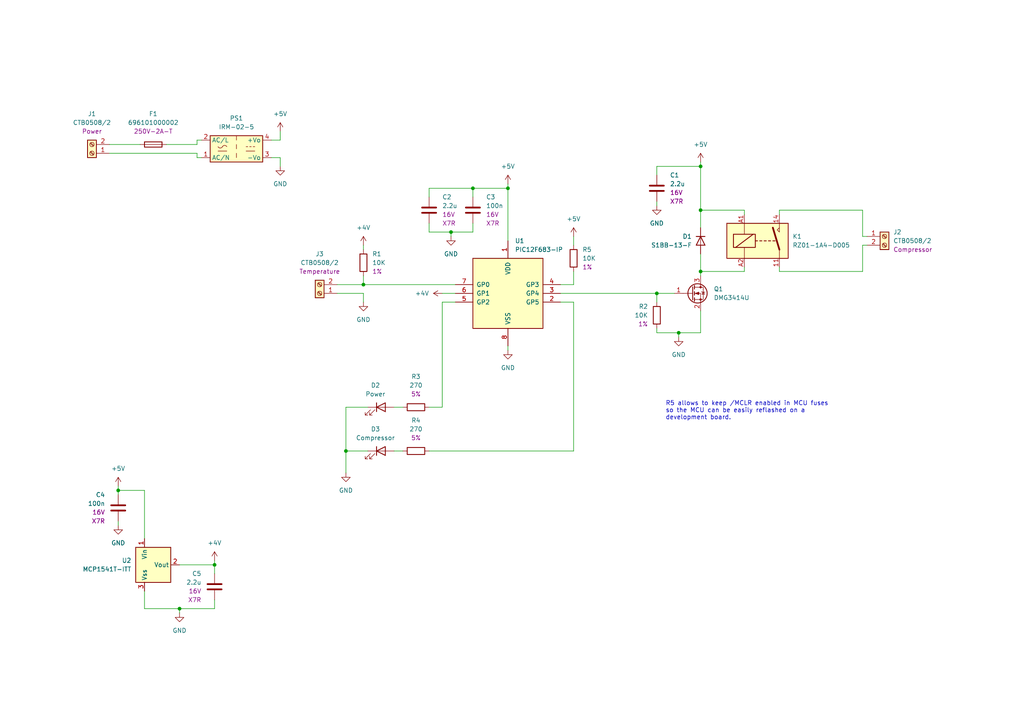
<source format=kicad_sch>
(kicad_sch (version 20211123) (generator eeschema)
  (paper "A4")
  (title_block (title "Fridge controller") (date "2022-12-27") (rev "V1.0") (company "(C) Adrien RICCIARDI"))
  (lib_symbols
    (symbol "Connector:Screw_Terminal_01x02" (pin_names (offset 1.016) hide)
      (property "Reference" "J" (at 0 2.54 0))
      (property "Value" "Screw_Terminal_01x02" (at 0 -5.08 0))
      (symbol "Screw_Terminal_01x02_1_1"
        (rectangle (start -1.27 1.27) (end 1.27 -3.81) (stroke (width 0.254)) (fill (type background)))
        (circle (center 0 -2.54) (radius 0.635) (stroke (width 0.1524)))
        (polyline (pts (xy -0.5334 -2.2098) (xy 0.3302 -3.048)) (stroke (width 0.1524)))
        (polyline (pts (xy -0.5334 0.3302) (xy 0.3302 -0.508)) (stroke (width 0.1524)))
        (polyline (pts (xy -0.3556 -2.032) (xy 0.508 -2.8702)) (stroke (width 0.1524)))
        (polyline (pts (xy -0.3556 0.508) (xy 0.508 -0.3302)) (stroke (width 0.1524)))
        (circle (center 0 0) (radius 0.635) (stroke (width 0.1524)))
        (pin passive line (at -5.08 0 0) (length 3.81) (name "Pin_1") (number "1"))
        (pin passive line (at -5.08 -2.54 0) (length 3.81) (name "Pin_2") (number "2"))
      )
    )
    (symbol "Converter_ACDC:IRM-02-5"
      (property "Reference" "PS" (at 0 5.08 0))
      (property "Value" "IRM-02-5" (at 0 -5.08 0))
      (symbol "IRM-02-5_0_1"
        (rectangle (start -7.62 3.81) (end 7.62 -3.81) (stroke (width 0.254)) (fill (type background)))
        (arc (start -5.334 0.635) (mid -4.699 0.2495) (end -4.064 0.635))
        (arc (start -2.794 0.635) (mid -3.429 1.0072) (end -4.064 0.635))
        (polyline (pts (xy -5.334 -0.635) (xy -2.794 -0.635)))
        (polyline (pts (xy 2.794 -0.635) (xy 5.334 -0.635)))
        (polyline (pts (xy 2.794 0.635) (xy 3.302 0.635)))
        (polyline (pts (xy 3.81 0.635) (xy 4.318 0.635)))
        (polyline (pts (xy 4.826 0.635) (xy 5.334 0.635)))
      )
      (symbol "IRM-02-5_1_1"
        (polyline (pts (xy 0 -1.27) (xy 0 -2.54)))
        (polyline (pts (xy 0 1.27) (xy 0 0)))
        (polyline (pts (xy 0 3.81) (xy 0 2.54)))
        (pin power_in line (at -10.16 -2.54 0) (length 2.54) (name "AC/N") (number "1"))
        (pin power_in line (at -10.16 2.54 0) (length 2.54) (name "AC/L") (number "2"))
        (pin power_out line (at 10.16 -2.54 180) (length 2.54) (name "-Vo") (number "3"))
        (pin power_out line (at 10.16 2.54 180) (length 2.54) (name "+Vo") (number "4"))
      )
    )
    (symbol "Device:C" (pin_numbers hide) (pin_names (offset 0.254))
      (property "Reference" "C" (at 0.635 2.54 0))
      (property "Value" "C" (at 0.635 -2.54 0))
      (symbol "C_0_1"
        (polyline (pts (xy -2.032 -0.762) (xy 2.032 -0.762)) (stroke (width 0.508)))
        (polyline (pts (xy -2.032 0.762) (xy 2.032 0.762)) (stroke (width 0.508)))
      )
      (symbol "C_1_1"
        (pin passive line (at 0 3.81 270) (length 2.794) (name "~") (number "1"))
        (pin passive line (at 0 -3.81 90) (length 2.794) (name "~") (number "2"))
      )
    )
    (symbol "Device:D" (pin_numbers hide) (pin_names (offset 1.016) hide)
      (property "Reference" "D" (at 0 2.54 0))
      (property "Value" "D" (at 0 -2.54 0))
      (symbol "D_0_1"
        (polyline (pts (xy -1.27 1.27) (xy -1.27 -1.27)) (stroke (width 0.254)))
        (polyline (pts (xy 1.27 0) (xy -1.27 0)))
        (polyline (pts (xy 1.27 1.27) (xy 1.27 -1.27) (xy -1.27 0) (xy 1.27 1.27)) (stroke (width 0.254)))
      )
      (symbol "D_1_1"
        (pin passive line (at -3.81 0 0) (length 2.54) (name "K") (number "1"))
        (pin passive line (at 3.81 0 180) (length 2.54) (name "A") (number "2"))
      )
    )
    (symbol "Device:Fuse" (pin_numbers hide) (pin_names (offset 0))
      (property "Reference" "F" (at 2.032 0 90))
      (property "Value" "Fuse" (at -1.905 0 90))
      (symbol "Fuse_0_1"
        (rectangle (start -0.762 -2.54) (end 0.762 2.54) (stroke (width 0.254)))
        (polyline (pts (xy 0 2.54) (xy 0 -2.54)))
      )
      (symbol "Fuse_1_1"
        (pin passive line (at 0 3.81 270) (length 1.27) (name "~") (number "1"))
        (pin passive line (at 0 -3.81 90) (length 1.27) (name "~") (number "2"))
      )
    )
    (symbol "Device:LED" (pin_numbers hide) (pin_names (offset 1.016) hide)
      (property "Reference" "D" (at 0 2.54 0))
      (property "Value" "LED" (at 0 -2.54 0))
      (symbol "LED_0_1"
        (polyline (pts (xy -1.27 -1.27) (xy -1.27 1.27)) (stroke (width 0.254)))
        (polyline (pts (xy -1.27 0) (xy 1.27 0)))
        (polyline (pts (xy 1.27 -1.27) (xy 1.27 1.27) (xy -1.27 0) (xy 1.27 -1.27)) (stroke (width 0.254)))
        (polyline (pts (xy -3.048 -0.762) (xy -4.572 -2.286) (xy -3.81 -2.286) (xy -4.572 -2.286) (xy -4.572 -1.524)))
        (polyline (pts (xy -1.778 -0.762) (xy -3.302 -2.286) (xy -2.54 -2.286) (xy -3.302 -2.286) (xy -3.302 -1.524)))
      )
      (symbol "LED_1_1"
        (pin passive line (at -3.81 0 0) (length 2.54) (name "K") (number "1"))
        (pin passive line (at 3.81 0 180) (length 2.54) (name "A") (number "2"))
      )
    )
    (symbol "Device:R" (pin_numbers hide) (pin_names (offset 0))
      (property "Reference" "R" (at 2.032 0 90))
      (property "Value" "R" (at 0 0 90))
      (symbol "R_0_1"
        (rectangle (start -1.016 -2.54) (end 1.016 2.54) (stroke (width 0.254)))
      )
      (symbol "R_1_1"
        (pin passive line (at 0 3.81 270) (length 1.27) (name "~") (number "1"))
        (pin passive line (at 0 -3.81 90) (length 1.27) (name "~") (number "2"))
      )
    )
    (symbol "MCU_Microchip_PIC12:PIC12F683-IP" (pin_names (offset 1.016))
      (property "Reference" "U" (at 1.27 13.97 0))
      (property "Value" "PIC12F683-IP" (at 1.27 11.43 0))
      (symbol "PIC12F683-IP_0_1"
        (rectangle (start 10.16 -10.16) (end -10.16 10.16) (stroke (width 0.254)) (fill (type background)))
      )
      (symbol "PIC12F683-IP_1_1"
        (pin power_in line (at 0 15.24 270) (length 5.08) (name "VDD") (number "1"))
        (pin bidirectional line (at 15.24 -2.54 180) (length 5.08) (name "GP5") (number "2"))
        (pin bidirectional line (at 15.24 0 180) (length 5.08) (name "GP4") (number "3"))
        (pin input line (at 15.24 2.54 180) (length 5.08) (name "GP3") (number "4"))
        (pin bidirectional line (at -15.24 -2.54 0) (length 5.08) (name "GP2") (number "5"))
        (pin bidirectional line (at -15.24 0 0) (length 5.08) (name "GP1") (number "6"))
        (pin bidirectional line (at -15.24 2.54 0) (length 5.08) (name "GP0") (number "7"))
        (pin power_in line (at 0 -15.24 90) (length 5.08) (name "VSS") (number "8"))
      )
    )
    (symbol "RZ01-1A4-D005:RZ01-1A4-D005"
      (property "Reference" "K" (at 0 0 0))
      (property "Value" "RZ01-1A4-D005" (at 0 0 0))
      (symbol "RZ01-1A4-D005_0_0"
        (polyline (pts (xy 6.35 5.08) (xy 6.35 2.54) (xy 5.715 3.175) (xy 6.35 3.81)))
      )
      (symbol "RZ01-1A4-D005_0_1"
        (rectangle (start -8.89 5.08) (end 8.89 -5.08) (stroke (width 0.254)) (fill (type background)))
        (rectangle (start -6.985 1.905) (end -0.635 -1.905) (stroke (width 0.254)))
        (polyline (pts (xy -6.35 -1.905) (xy -1.27 1.905)) (stroke (width 0.254)))
        (polyline (pts (xy -3.81 -5.08) (xy -3.81 -1.905)))
        (polyline (pts (xy -3.81 5.08) (xy -3.81 1.905)))
        (polyline (pts (xy -0.635 0) (xy 0 0)) (stroke (width 0.254)))
        (polyline (pts (xy 0.635 0) (xy 1.27 0)) (stroke (width 0.254)))
        (polyline (pts (xy 1.905 0) (xy 2.54 0)) (stroke (width 0.254)))
        (polyline (pts (xy 3.175 0) (xy 3.81 0)) (stroke (width 0.254)))
        (polyline (pts (xy 4.445 0) (xy 5.08 0)) (stroke (width 0.254)))
        (polyline (pts (xy 6.35 -2.54) (xy 4.445 3.81)) (stroke (width 0.508)))
        (polyline (pts (xy 6.35 -2.54) (xy 6.35 -5.08)))
      )
      (symbol "RZ01-1A4-D005_1_1"
        (pin passive line (at 6.35 -7.62 90) (length 2.54) (name "~") (number "11"))
        (pin passive line (at 6.35 7.62 270) (length 2.54) (name "~") (number "14"))
        (pin passive line (at -3.81 7.62 270) (length 2.54) (name "~") (number "A1"))
        (pin passive line (at -3.81 -7.62 90) (length 2.54) (name "~") (number "A2"))
      )
    )
    (symbol "Reference_Voltage:MCP1541-TT"
      (property "Reference" "U" (at 1.27 8.255 0))
      (property "Value" "MCP1541-TT" (at 1.27 6.35 0))
      (symbol "MCP1541-TT_0_1"
        (rectangle (start -2.54 5.08) (end 7.62 -5.08) (stroke (width 0.254)) (fill (type background)))
      )
      (symbol "MCP1541-TT_1_1"
        (pin power_in line (at 0 7.62 270) (length 2.54) (name "Vin") (number "1"))
        (pin power_out line (at 10.16 0 180) (length 2.54) (name "Vout") (number "2"))
        (pin power_in line (at 0 -7.62 90) (length 2.54) (name "Vss") (number "3"))
      )
    )
    (symbol "Transistor_FET:DMG3414U" (pin_names hide)
      (property "Reference" "Q" (at 5.08 1.905 0))
      (property "Value" "DMG3414U" (at 5.08 0 0))
      (symbol "DMG3414U_0_1"
        (polyline (pts (xy 0.254 0) (xy -2.54 0)))
        (polyline (pts (xy 0.254 1.905) (xy 0.254 -1.905)) (stroke (width 0.254)))
        (polyline (pts (xy 0.762 -1.27) (xy 0.762 -2.286)) (stroke (width 0.254)))
        (polyline (pts (xy 0.762 0.508) (xy 0.762 -0.508)) (stroke (width 0.254)))
        (polyline (pts (xy 0.762 2.286) (xy 0.762 1.27)) (stroke (width 0.254)))
        (polyline (pts (xy 2.54 2.54) (xy 2.54 1.778)))
        (polyline (pts (xy 2.54 -2.54) (xy 2.54 0) (xy 0.762 0)))
        (polyline (pts (xy 0.762 -1.778) (xy 3.302 -1.778) (xy 3.302 1.778) (xy 0.762 1.778)))
        (polyline (pts (xy 1.016 0) (xy 2.032 0.381) (xy 2.032 -0.381) (xy 1.016 0)) (fill (type outline)))
        (polyline (pts (xy 2.794 0.508) (xy 2.921 0.381) (xy 3.683 0.381) (xy 3.81 0.254)))
        (polyline (pts (xy 3.302 0.381) (xy 2.921 -0.254) (xy 3.683 -0.254) (xy 3.302 0.381)))
        (circle (center 1.651 0) (radius 2.794) (stroke (width 0.254)))
        (circle (center 2.54 -1.778) (radius 0.254) (fill (type outline)))
        (circle (center 2.54 1.778) (radius 0.254) (fill (type outline)))
      )
      (symbol "DMG3414U_1_1"
        (pin input line (at -5.08 0 0) (length 2.54) (name "G") (number "1"))
        (pin passive line (at 2.54 -5.08 90) (length 2.54) (name "S") (number "2"))
        (pin passive line (at 2.54 5.08 270) (length 2.54) (name "D") (number "3"))
      )
    )
    (symbol "power:+4V" (power) (pin_names (offset 0))
      (property "Value" "+4V" (at 0 3.556 0))
      (symbol "+4V_0_1"
        (polyline (pts (xy -0.762 1.27) (xy 0 2.54)))
        (polyline (pts (xy 0 0) (xy 0 2.54)))
        (polyline (pts (xy 0 2.54) (xy 0.762 1.27)))
      )
      (symbol "+4V_1_1"
        (pin power_in line (at 0 0 90) (length 0) hide (name "+4V") (number "1"))
      )
    )
    (symbol "power:+5V" (power) (pin_names (offset 0))
      (property "Value" "+5V" (at 0 3.556 0))
      (symbol "+5V_0_1"
        (polyline (pts (xy -0.762 1.27) (xy 0 2.54)))
        (polyline (pts (xy 0 0) (xy 0 2.54)))
        (polyline (pts (xy 0 2.54) (xy 0.762 1.27)))
      )
      (symbol "+5V_1_1"
        (pin power_in line (at 0 0 90) (length 0) hide (name "+5V") (number "1"))
      )
    )
    (symbol "power:GND" (power) (pin_names (offset 0))
      (property "Value" "GND" (at 0 -3.81 0))
      (symbol "GND_0_1"
        (polyline (pts (xy 0 0) (xy 0 -1.27) (xy 1.27 -1.27) (xy 0 -2.54) (xy -1.27 -1.27) (xy 0 -1.27)))
      )
      (symbol "GND_1_1"
        (pin power_in line (at 0 0 270) (length 0) hide (name "GND") (number "1"))
      )
    )
  )
  (junction (at 105.41 82.55))
  (junction (at 52.07 176.53))
  (junction (at 203.2 60.96))
  (junction (at 203.2 48.26))
  (junction (at 62.23 163.83))
  (junction (at 190.5 85.09))
  (junction (at 100.33 130.81))
  (junction (at 196.85 96.52))
  (junction (at 130.81 67.31))
  (junction (at 34.29 142.24))
  (junction (at 137.16 54.61))
  (junction (at 203.2 78.74))
  (junction (at 147.32 54.61))
  (wire (pts (xy 190.5 58.42) (xy 190.5 59.69)))
  (wire (pts (xy 203.2 48.26) (xy 203.2 60.96)))
  (wire (pts (xy 128.27 118.11) (xy 124.46 118.11)))
  (wire (pts (xy 124.46 54.61) (xy 137.16 54.61)))
  (wire (pts (xy 105.41 71.12) (xy 105.41 72.39)))
  (wire (pts (xy 203.2 60.96) (xy 215.9 60.96)))
  (wire (pts (xy 57.15 45.72) (xy 58.42 45.72)))
  (wire (pts (xy 203.2 90.17) (xy 203.2 96.52)))
  (wire (pts (xy 57.15 40.64) (xy 58.42 40.64)))
  (wire (pts (xy 31.75 41.91) (xy 40.64 41.91)))
  (wire (pts (xy 34.29 142.24) (xy 34.29 143.51)))
  (wire (pts (xy 137.16 54.61) (xy 147.32 54.61)))
  (wire (pts (xy 62.23 173.99) (xy 62.23 176.53)))
  (wire (pts (xy 34.29 140.97) (xy 34.29 142.24)))
  (wire (pts (xy 162.56 87.63) (xy 166.37 87.63)))
  (wire (pts (xy 215.9 77.47) (xy 215.9 78.74)))
  (wire (pts (xy 130.81 67.31) (xy 137.16 67.31)))
  (wire (pts (xy 52.07 176.53) (xy 62.23 176.53)))
  (wire (pts (xy 81.28 45.72) (xy 81.28 48.26)))
  (wire (pts (xy 62.23 163.83) (xy 62.23 166.37)))
  (wire (pts (xy 226.06 78.74) (xy 226.06 77.47)))
  (wire (pts (xy 97.79 85.09) (xy 105.41 85.09)))
  (wire (pts (xy 124.46 64.77) (xy 124.46 67.31)))
  (wire (pts (xy 124.46 130.81) (xy 166.37 130.81)))
  (wire (pts (xy 78.74 45.72) (xy 81.28 45.72)))
  (wire (pts (xy 128.27 85.09) (xy 132.08 85.09)))
  (wire (pts (xy 250.19 60.96) (xy 250.19 68.58)))
  (wire (pts (xy 196.85 96.52) (xy 196.85 97.79)))
  (wire (pts (xy 128.27 87.63) (xy 128.27 118.11)))
  (wire (pts (xy 250.19 78.74) (xy 226.06 78.74)))
  (wire (pts (xy 62.23 162.56) (xy 62.23 163.83)))
  (wire (pts (xy 52.07 176.53) (xy 52.07 177.8)))
  (wire (pts (xy 190.5 95.25) (xy 190.5 96.52)))
  (wire (pts (xy 162.56 85.09) (xy 190.5 85.09)))
  (wire (pts (xy 124.46 57.15) (xy 124.46 54.61)))
  (wire (pts (xy 190.5 85.09) (xy 195.58 85.09)))
  (wire (pts (xy 34.29 151.13) (xy 34.29 152.4)))
  (wire (pts (xy 81.28 40.64) (xy 81.28 38.1)))
  (wire (pts (xy 166.37 87.63) (xy 166.37 130.81)))
  (wire (pts (xy 137.16 64.77) (xy 137.16 67.31)))
  (wire (pts (xy 31.75 44.45) (xy 57.15 44.45)))
  (wire (pts (xy 190.5 50.8) (xy 190.5 48.26)))
  (wire (pts (xy 203.2 78.74) (xy 203.2 80.01)))
  (wire (pts (xy 166.37 82.55) (xy 166.37 78.74)))
  (wire (pts (xy 100.33 118.11) (xy 106.68 118.11)))
  (wire (pts (xy 105.41 82.55) (xy 105.41 80.01)))
  (wire (pts (xy 105.41 82.55) (xy 132.08 82.55)))
  (wire (pts (xy 41.91 176.53) (xy 52.07 176.53)))
  (wire (pts (xy 130.81 68.58) (xy 130.81 67.31)))
  (wire (pts (xy 34.29 142.24) (xy 41.91 142.24)))
  (wire (pts (xy 147.32 53.34) (xy 147.32 54.61)))
  (wire (pts (xy 105.41 85.09) (xy 105.41 87.63)))
  (wire (pts (xy 250.19 71.12) (xy 250.19 78.74)))
  (wire (pts (xy 100.33 130.81) (xy 100.33 118.11)))
  (wire (pts (xy 162.56 82.55) (xy 166.37 82.55)))
  (wire (pts (xy 78.74 40.64) (xy 81.28 40.64)))
  (wire (pts (xy 190.5 48.26) (xy 203.2 48.26)))
  (wire (pts (xy 114.3 118.11) (xy 116.84 118.11)))
  (wire (pts (xy 137.16 54.61) (xy 137.16 57.15)))
  (wire (pts (xy 124.46 67.31) (xy 130.81 67.31)))
  (wire (pts (xy 190.5 96.52) (xy 196.85 96.52)))
  (wire (pts (xy 41.91 142.24) (xy 41.91 156.21)))
  (wire (pts (xy 203.2 66.04) (xy 203.2 60.96)))
  (wire (pts (xy 166.37 68.58) (xy 166.37 71.12)))
  (wire (pts (xy 57.15 44.45) (xy 57.15 45.72)))
  (wire (pts (xy 251.46 71.12) (xy 250.19 71.12)))
  (wire (pts (xy 114.3 130.81) (xy 116.84 130.81)))
  (wire (pts (xy 48.26 41.91) (xy 57.15 41.91)))
  (wire (pts (xy 147.32 100.33) (xy 147.32 101.6)))
  (wire (pts (xy 226.06 62.23) (xy 226.06 60.96)))
  (wire (pts (xy 190.5 85.09) (xy 190.5 87.63)))
  (wire (pts (xy 250.19 68.58) (xy 251.46 68.58)))
  (wire (pts (xy 203.2 96.52) (xy 196.85 96.52)))
  (wire (pts (xy 132.08 87.63) (xy 128.27 87.63)))
  (wire (pts (xy 226.06 60.96) (xy 250.19 60.96)))
  (wire (pts (xy 57.15 41.91) (xy 57.15 40.64)))
  (wire (pts (xy 203.2 73.66) (xy 203.2 78.74)))
  (wire (pts (xy 215.9 60.96) (xy 215.9 62.23)))
  (wire (pts (xy 97.79 82.55) (xy 105.41 82.55)))
  (wire (pts (xy 106.68 130.81) (xy 100.33 130.81)))
  (wire (pts (xy 41.91 171.45) (xy 41.91 176.53)))
  (wire (pts (xy 203.2 48.26) (xy 203.2 46.99)))
  (wire (pts (xy 100.33 130.81) (xy 100.33 137.16)))
  (wire (pts (xy 215.9 78.74) (xy 203.2 78.74)))
  (wire (pts (xy 147.32 54.61) (xy 147.32 69.85)))
  (wire (pts (xy 52.07 163.83) (xy 62.23 163.83)))
  (text "R5 allows to keep /MCLR enabled in MCU fuses\nso the MCU can be easily reflashed on a\ndevelopment board." (at 193.04 121.92 0) (effects (font (size 1.27 1.27)) (justify left bottom)))
  (symbol (lib_id "Device:C") (at 124.46 60.96 0) (unit 1)
    (property "Reference" "C2" (at 128.27 57.1499 0) (effects (justify left)))
    (property "Value" "2.2u" (at 128.27 59.6899 0) (effects (justify left)))
    (property "Footprint" "Capacitor_SMD:C_0805_2012Metric_Pad1.18x1.45mm_HandSolder" (effects hide))
    (property "Value2" "16V" (at 128.27 62.2299 0) (effects (justify left)))
    (property "Value3" "X7R" (at 128.27 64.7699 0) (effects (justify left)))
  )
  (symbol (lib_id "Device:R") (at 105.41 76.2 0) (unit 1)
    (property "Reference" "R1" (at 107.95 73.6599 0) (effects (justify left)))
    (property "Value" "10K" (at 107.95 76.1999 0) (effects (justify left)))
    (property "Footprint" "Resistor_SMD:R_0603_1608Metric_Pad0.98x0.95mm_HandSolder" (effects hide))
    (property "Value2" "1%" (at 107.95 78.7399 0) (effects (justify left)))
  )
  (symbol (lib_id "power:GND") (at 105.41 87.63 0) (unit 1)
    (property "Reference" "#PWR0104" (effects hide))
    (property "Value" "GND" (at 105.41 92.71 0))
  )
  (symbol (lib_id "power:+5V") (at 203.2 46.99 0) (unit 1)
    (property "Reference" "#PWR0106" (effects hide))
    (property "Value" "+5V" (at 203.2 41.91 0))
  )
  (symbol (lib_id "power:+5V") (at 81.28 38.1 0) (unit 1)
    (property "Reference" "#PWR0116" (effects hide))
    (property "Value" "+5V" (at 81.28 33.02 0))
  )
  (symbol (lib_id "power:+4V") (at 62.23 162.56 0) (unit 1)
    (property "Reference" "#PWR0105" (effects hide))
    (property "Value" "+4V" (at 62.23 157.48 0))
  )
  (symbol (lib_id "Device:R") (at 166.37 74.93 0) (unit 1)
    (property "Reference" "R5" (at 168.91 72.3899 0) (effects (justify left)))
    (property "Value" "10K" (at 168.91 74.9299 0) (effects (justify left)))
    (property "Footprint" "Resistor_SMD:R_0603_1608Metric_Pad0.98x0.95mm_HandSolder" (effects hide))
    (property "Value2" "1%" (at 168.91 77.4699 0) (effects (justify left)))
  )
  (symbol (lib_id "Device:R") (at 190.5 91.44 0) (unit 1)
    (property "Reference" "R2" (at 187.96 88.8999 0) (effects (justify right)))
    (property "Value" "10K" (at 187.96 91.4399 0) (effects (justify right)))
    (property "Footprint" "Resistor_SMD:R_0603_1608Metric_Pad0.98x0.95mm_HandSolder" (effects hide))
    (property "Value2" "1%" (at 187.96 93.9799 0) (effects (justify right)))
  )
  (symbol (lib_id "Device:C") (at 190.5 54.61 0) (unit 1)
    (property "Reference" "C1" (at 194.31 50.7999 0) (effects (justify left)))
    (property "Value" "2.2u" (at 194.31 53.3399 0) (effects (justify left)))
    (property "Footprint" "Capacitor_SMD:C_0805_2012Metric_Pad1.18x1.45mm_HandSolder" (effects hide))
    (property "Value2" "16V" (at 194.31 55.8799 0) (effects (justify left)))
    (property "Value3" "X7R" (at 194.31 58.4199 0) (effects (justify left)))
  )
  (symbol (lib_id "Device:D") (at 203.2 69.85 270) (unit 1)
    (property "Reference" "D1" (at 200.66 68.5799 90) (effects (justify right)))
    (property "Value" "S1BB-13-F" (at 200.66 71.1199 90) (effects (justify right)))
    (property "Footprint" "Diode_SMD:D_SMB_Handsoldering" (effects hide))
  )
  (symbol (lib_id "Device:Fuse") (at 44.45 41.91 90) (unit 1)
    (property "Reference" "F1" (at 44.45 33.02 90))
    (property "Value" "696101000002" (at 44.45 35.56 90))
    (property "Footprint" "Fuse:Fuseholder_Cylinder-5x20mm_Stelvio-Kontek_PTF78_Horizontal_Open" (effects hide))
    (property "Manufacturer" "Wurth" (effects hide))
    (property "Value2" "250V-2A-T" (at 44.45 38.1 90))
  )
  (symbol (lib_id "power:+4V") (at 128.27 85.09 90) (unit 1)
    (property "Reference" "#PWR0103" (effects hide))
    (property "Value" "+4V" (at 124.46 85.0899 90) (effects (justify left)))
  )
  (symbol (lib_id "power:GND") (at 147.32 101.6 0) (unit 1)
    (property "Reference" "#PWR0101" (effects hide))
    (property "Value" "GND" (at 147.32 106.68 0))
  )
  (symbol (lib_id "Device:C") (at 34.29 147.32 0) (unit 1)
    (property "Reference" "C4" (at 30.48 143.5099 0) (effects (justify right)))
    (property "Value" "100n" (at 30.48 146.0499 0) (effects (justify right)))
    (property "Footprint" "Capacitor_SMD:C_0603_1608Metric_Pad1.08x0.95mm_HandSolder" (effects hide))
    (property "Value2" "16V" (at 30.48 148.5899 0) (effects (justify right)))
    (property "Value3" "X7R" (at 30.48 151.1299 0) (effects (justify right)))
  )
  (symbol (lib_id "power:+5V") (at 166.37 68.58 0) (unit 1)
    (property "Reference" "#PWR01" (effects hide))
    (property "Value" "+5V" (at 166.37 63.5 0))
  )
  (symbol (lib_id "Converter_ACDC:IRM-02-5") (at 68.58 43.18 0) (unit 1)
    (property "Reference" "PS1" (at 68.58 34.29 0))
    (property "Value" "IRM-02-5" (at 68.58 36.83 0))
    (property "Footprint" "Converter_ACDC:Converter_ACDC_MeanWell_IRM-02-xx_THT" (effects hide))
    (property "Datasheet" "https://www.meanwell.com/Upload/PDF/IRM-02/IRM-02-SPEC.PDF" (effects hide))
  )
  (symbol (lib_id "MCU_Microchip_PIC12:PIC12F683-IP") (at 147.32 85.09 0) (unit 1)
    (property "Reference" "U1" (at 149.3394 69.85 0) (effects (justify left)))
    (property "Value" "PIC12F683-IP" (at 149.3394 72.39 0) (effects (justify left)))
    (property "Footprint" "Package_DIP:DIP-8_W7.62mm" (effects hide))
    (property "Datasheet" "http://ww1.microchip.com/downloads/en/DeviceDoc/41232D.pdf" (effects hide))
  )
  (symbol (lib_id "power:GND") (at 190.5 59.69 0) (unit 1)
    (property "Reference" "#PWR0109" (effects hide))
    (property "Value" "GND" (at 190.5 64.77 0))
  )
  (symbol (lib_id "Connector:Screw_Terminal_01x02") (at 92.71 85.09 180) (unit 1)
    (property "Reference" "J3" (at 92.71 73.66 0))
    (property "Value" "CTB0508/2" (at 92.71 76.2 0))
    (property "Footprint" "TerminalBlock:TerminalBlock_bornier-2_P5.08mm" (effects hide))
    (property "Manufacturer" "Camdenboss" (effects hide))
    (property "Value2" "Temperature" (at 92.71 78.74 0))
  )
  (symbol (lib_id "power:+5V") (at 147.32 53.34 0) (unit 1)
    (property "Reference" "#PWR0108" (effects hide))
    (property "Value" "+5V" (at 147.32 48.26 0))
  )
  (symbol (lib_id "power:+5V") (at 34.29 140.97 0) (unit 1)
    (property "Reference" "#PWR0114" (effects hide))
    (property "Value" "+5V" (at 34.29 135.89 0))
  )
  (symbol (lib_id "Reference_Voltage:MCP1541-TT") (at 41.91 163.83 0) (unit 1)
    (property "Reference" "U2" (at 38.1 162.5599 0) (effects (justify right)))
    (property "Value" "MCP1541T-ITT" (at 38.1 165.0999 0) (effects (justify right)))
    (property "Footprint" "Package_TO_SOT_SMD:SOT-23" (effects hide))
    (property "Datasheet" "http://ww1.microchip.com/downloads/en/devicedoc/21653b.pdf" (effects hide))
  )
  (symbol (lib_id "power:GND") (at 196.85 97.79 0) (unit 1)
    (property "Reference" "#PWR0107" (effects hide))
    (property "Value" "GND" (at 196.85 102.87 0))
  )
  (symbol (lib_id "power:+4V") (at 105.41 71.12 0) (unit 1)
    (property "Reference" "#PWR0111" (effects hide))
    (property "Value" "+4V" (at 105.41 66.04 0))
  )
  (symbol (lib_id "Connector:Screw_Terminal_01x02") (at 26.67 44.45 180) (unit 1)
    (property "Reference" "J1" (at 26.67 33.02 0))
    (property "Value" "CTB0508/2" (at 26.67 35.56 0))
    (property "Footprint" "TerminalBlock:TerminalBlock_bornier-2_P5.08mm" (effects hide))
    (property "Manufacturer" "Camdenboss" (effects hide))
    (property "Value2" "Power" (at 26.67 38.1 0))
  )
  (symbol (lib_id "Device:C") (at 62.23 170.18 0) (unit 1)
    (property "Reference" "C5" (at 58.42 166.3699 0) (effects (justify right)))
    (property "Value" "2.2u" (at 58.42 168.9099 0) (effects (justify right)))
    (property "Footprint" "Capacitor_SMD:C_0805_2012Metric_Pad1.18x1.45mm_HandSolder" (effects hide))
    (property "Value2" "16V" (at 58.42 171.4499 0) (effects (justify right)))
    (property "Value3" "X7R" (at 58.42 173.9899 0) (effects (justify right)))
  )
  (symbol (lib_id "Device:R") (at 120.65 130.81 90) (unit 1)
    (property "Reference" "R4" (at 120.65 121.92 90))
    (property "Value" "270" (at 120.65 124.46 90))
    (property "Footprint" "Resistor_SMD:R_1206_3216Metric_Pad1.30x1.75mm_HandSolder" (effects hide))
    (property "Value2" "5%" (at 120.65 127 90))
  )
  (symbol (lib_id "power:GND") (at 81.28 48.26 0) (unit 1)
    (property "Reference" "#PWR0115" (effects hide))
    (property "Value" "GND" (at 81.28 53.34 0))
  )
  (symbol (lib_id "Device:LED") (at 110.49 130.81 0) (unit 1)
    (property "Reference" "D3" (at 108.9025 124.46 0))
    (property "Value" "Compressor" (at 108.9025 127 0))
    (property "Footprint" "LED_THT:LED_D5.0mm" (effects hide))
  )
  (symbol (lib_id "power:GND") (at 130.81 68.58 0) (unit 1)
    (property "Reference" "#PWR0110" (effects hide))
    (property "Value" "GND" (at 130.81 73.66 0))
  )
  (symbol (lib_id "Device:C") (at 137.16 60.96 0) (unit 1)
    (property "Reference" "C3" (at 140.97 57.1499 0) (effects (justify left)))
    (property "Value" "100n" (at 140.97 59.6899 0) (effects (justify left)))
    (property "Footprint" "Capacitor_SMD:C_0603_1608Metric_Pad1.08x0.95mm_HandSolder" (effects hide))
    (property "Value2" "16V" (at 140.97 62.2299 0) (effects (justify left)))
    (property "Value3" "X7R" (at 140.97 64.7699 0) (effects (justify left)))
  )
  (symbol (lib_id "power:GND") (at 52.07 177.8 0) (unit 1)
    (property "Reference" "#PWR0113" (effects hide))
    (property "Value" "GND" (at 52.07 182.88 0))
  )
  (symbol (lib_id "power:GND") (at 34.29 152.4 0) (unit 1)
    (property "Reference" "#PWR0112" (effects hide))
    (property "Value" "GND" (at 34.29 157.48 0))
  )
  (symbol (lib_id "RZ01-1A4-D005:RZ01-1A4-D005") (at 219.71 69.85 0) (unit 1)
    (property "Reference" "K1" (at 229.87 68.5799 0) (effects (justify left)))
    (property "Value" "RZ01-1A4-D005" (at 229.87 71.1199 0) (effects (justify left)))
    (property "Footprint" "RZ01-1A4-D005:RZ01-1A4-D005" (effects hide))
  )
  (symbol (lib_id "Device:LED") (at 110.49 118.11 0) (unit 1)
    (property "Reference" "D2" (at 108.9025 111.76 0))
    (property "Value" "Power" (at 108.9025 114.3 0))
    (property "Footprint" "LED_THT:LED_D5.0mm" (effects hide))
  )
  (symbol (lib_id "Connector:Screw_Terminal_01x02") (at 256.54 68.58 0) (unit 1)
    (property "Reference" "J2" (at 259.08 67.3099 0) (effects (justify left)))
    (property "Value" "CTB0508/2" (at 259.08 69.8499 0) (effects (justify left)))
    (property "Footprint" "TerminalBlock:TerminalBlock_bornier-2_P5.08mm" (effects hide))
    (property "Manufacturer" "Camdenboss" (effects hide))
    (property "Value2" "Compressor" (at 259.08 72.3899 0) (effects (justify left)))
  )
  (symbol (lib_id "Transistor_FET:DMG3414U") (at 200.66 85.09 0) (unit 1)
    (property "Reference" "Q1" (at 207.01 83.8199 0) (effects (justify left)))
    (property "Value" "DMG3414U" (at 207.01 86.3599 0) (effects (justify left)))
    (property "Footprint" "Package_TO_SOT_SMD:SOT-23" (effects hide))
    (property "Datasheet" "http://www.diodes.com/assets/Datasheets/ds31739.pdf" (effects hide))
  )
  (symbol (lib_id "Device:R") (at 120.65 118.11 90) (unit 1)
    (property "Reference" "R3" (at 120.65 109.22 90))
    (property "Value" "270" (at 120.65 111.76 90))
    (property "Footprint" "Resistor_SMD:R_1206_3216Metric_Pad1.30x1.75mm_HandSolder" (effects hide))
    (property "Value2" "5%" (at 120.65 114.3 90))
  )
  (symbol (lib_id "power:GND") (at 100.33 137.16 0) (unit 1)
    (property "Reference" "#PWR0102" (effects hide))
    (property "Value" "GND" (at 100.33 142.24 0))
  )
)
</source>
